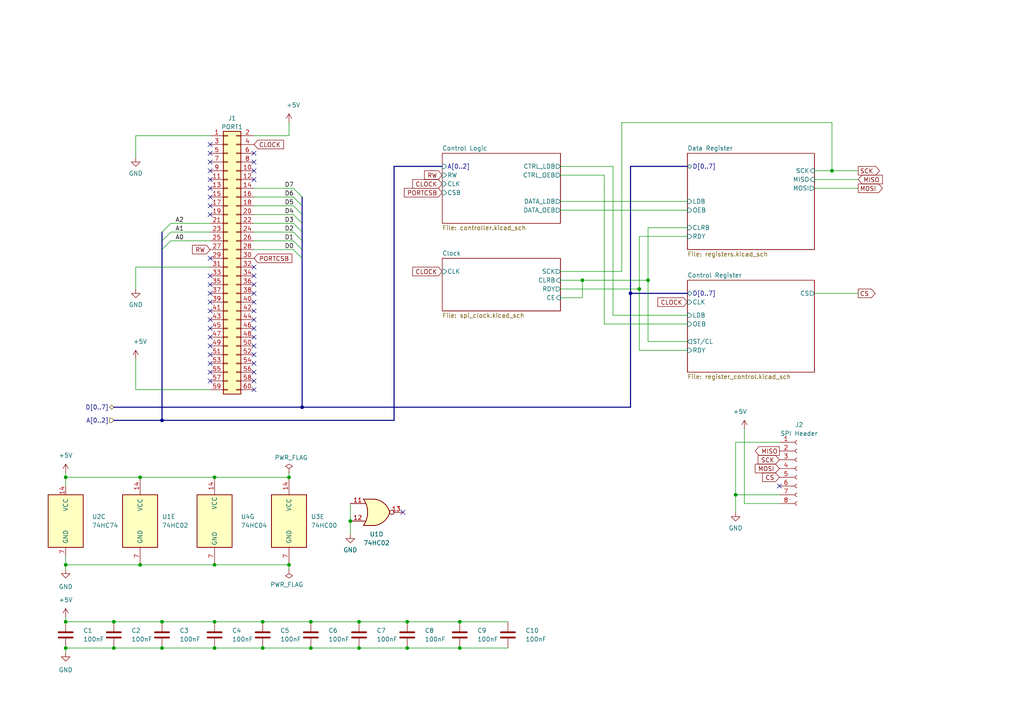
<source format=kicad_sch>
(kicad_sch (version 20230121) (generator eeschema)
  (paper "A4")
  (lib_symbols
    (symbol "+5V_1" (power) (pin_names (offset 0))
      (property "Value" "+5V_1" (at 0 3.556 0))
      (symbol "+5V_1_0_1"
        (polyline (pts (xy -0.762 1.27) (xy 0 2.54)))
        (polyline (pts (xy 0 0) (xy 0 2.54)))
        (polyline (pts (xy 0 2.54) (xy 0.762 1.27)))
      )
      (symbol "+5V_1_1_1"
        (pin power_in line (at 0 0 90) (length 0) hide (name "+5V") (number "1"))
      )
    )
    (symbol "+5V_2" (power) (pin_names (offset 0))
      (property "Value" "+5V_2" (at 0 3.556 0))
      (symbol "+5V_2_0_1"
        (polyline (pts (xy -0.762 1.27) (xy 0 2.54)))
        (polyline (pts (xy 0 0) (xy 0 2.54)))
        (polyline (pts (xy 0 2.54) (xy 0.762 1.27)))
      )
      (symbol "+5V_2_1_1"
        (pin power_in line (at 0 0 90) (length 0) hide (name "+5V") (number "1"))
      )
    )
    (symbol "+5V_4" (power) (pin_names (offset 0))
      (property "Value" "+5V_4" (at 0 3.556 0))
      (symbol "+5V_4_0_1"
        (polyline (pts (xy -0.762 1.27) (xy 0 2.54)))
        (polyline (pts (xy 0 0) (xy 0 2.54)))
        (polyline (pts (xy 0 2.54) (xy 0.762 1.27)))
      )
      (symbol "+5V_4_1_1"
        (pin power_in line (at 0 0 90) (length 0) hide (name "+5V") (number "1"))
      )
    )
    (symbol "74xx:74HC00" (pin_names (offset 1.016))
      (property "Reference" "U" (at 0 1.27 0))
      (property "Value" "74HC00" (at 0 -1.27 0))
      (symbol "74HC00_1_1"
        (arc (start 0 -3.81) (mid 3.7934 0) (end 0 3.81) (stroke (width 0.254)) (fill (type background)))
        (polyline (pts (xy 0 3.81) (xy -3.81 3.81) (xy -3.81 -3.81) (xy 0 -3.81)) (stroke (width 0.254)) (fill (type background)))
        (pin input line (at -7.62 2.54 0) (length 3.81) (name "~") (number "1"))
        (pin input line (at -7.62 -2.54 0) (length 3.81) (name "~") (number "2"))
        (pin output inverted (at 7.62 0 180) (length 3.81) (name "~") (number "3"))
      )
      (symbol "74HC00_1_2"
        (arc (start -3.81 -3.81) (mid -2.589 0) (end -3.81 3.81) (stroke (width 0.254)))
        (arc (start -0.6096 -3.81) (mid 2.1842 -2.5851) (end 3.81 0) (stroke (width 0.254)) (fill (type background)))
        (polyline (pts (xy -3.81 -3.81) (xy -0.635 -3.81)) (stroke (width 0.254)) (fill (type background)))
        (polyline (pts (xy -3.81 3.81) (xy -0.635 3.81)) (stroke (width 0.254)) (fill (type background)))
        (polyline (pts (xy -0.635 3.81) (xy -3.81 3.81) (xy -3.81 3.81) (xy -3.556 3.4036) (xy -3.0226 2.2606) (xy -2.6924 1.0414) (xy -2.6162 -0.254) (xy -2.7686 -1.4986) (xy -3.175 -2.7178) (xy -3.81 -3.81) (xy -3.81 -3.81) (xy -0.635 -3.81)) (stroke (width -25.4)) (fill (type background)))
        (arc (start 3.81 0) (mid 2.1915 2.5936) (end -0.6096 3.81) (stroke (width 0.254)) (fill (type background)))
        (pin input inverted (at -7.62 2.54 0) (length 4.318) (name "~") (number "1"))
        (pin input inverted (at -7.62 -2.54 0) (length 4.318) (name "~") (number "2"))
        (pin output line (at 7.62 0 180) (length 3.81) (name "~") (number "3"))
      )
      (symbol "74HC00_2_1"
        (arc (start 0 -3.81) (mid 3.7934 0) (end 0 3.81) (stroke (width 0.254)) (fill (type background)))
        (polyline (pts (xy 0 3.81) (xy -3.81 3.81) (xy -3.81 -3.81) (xy 0 -3.81)) (stroke (width 0.254)) (fill (type background)))
        (pin input line (at -7.62 2.54 0) (length 3.81) (name "~") (number "4"))
        (pin input line (at -7.62 -2.54 0) (length 3.81) (name "~") (number "5"))
        (pin output inverted (at 7.62 0 180) (length 3.81) (name "~") (number "6"))
      )
      (symbol "74HC00_2_2"
        (arc (start -3.81 -3.81) (mid -2.589 0) (end -3.81 3.81) (stroke (width 0.254)))
        (arc (start -0.6096 -3.81) (mid 2.1842 -2.5851) (end 3.81 0) (stroke (width 0.254)) (fill (type background)))
        (polyline (pts (xy -3.81 -3.81) (xy -0.635 -3.81)) (stroke (width 0.254)) (fill (type background)))
        (polyline (pts (xy -3.81 3.81) (xy -0.635 3.81)) (stroke (width 0.254)) (fill (type background)))
        (polyline (pts (xy -0.635 3.81) (xy -3.81 3.81) (xy -3.81 3.81) (xy -3.556 3.4036) (xy -3.0226 2.2606) (xy -2.6924 1.0414) (xy -2.6162 -0.254) (xy -2.7686 -1.4986) (xy -3.175 -2.7178) (xy -3.81 -3.81) (xy -3.81 -3.81) (xy -0.635 -3.81)) (stroke (width -25.4)) (fill (type background)))
        (arc (start 3.81 0) (mid 2.1915 2.5936) (end -0.6096 3.81) (stroke (width 0.254)) (fill (type background)))
        (pin input inverted (at -7.62 2.54 0) (length 4.318) (name "~") (number "4"))
        (pin input inverted (at -7.62 -2.54 0) (length 4.318) (name "~") (number "5"))
        (pin output line (at 7.62 0 180) (length 3.81) (name "~") (number "6"))
      )
      (symbol "74HC00_3_1"
        (arc (start 0 -3.81) (mid 3.7934 0) (end 0 3.81) (stroke (width 0.254)) (fill (type background)))
        (polyline (pts (xy 0 3.81) (xy -3.81 3.81) (xy -3.81 -3.81) (xy 0 -3.81)) (stroke (width 0.254)) (fill (type background)))
        (pin input line (at -7.62 -2.54 0) (length 3.81) (name "~") (number "10"))
        (pin output inverted (at 7.62 0 180) (length 3.81) (name "~") (number "8"))
        (pin input line (at -7.62 2.54 0) (length 3.81) (name "~") (number "9"))
      )
      (symbol "74HC00_3_2"
        (arc (start -3.81 -3.81) (mid -2.589 0) (end -3.81 3.81) (stroke (width 0.254)))
        (arc (start -0.6096 -3.81) (mid 2.1842 -2.5851) (end 3.81 0) (stroke (width 0.254)) (fill (type background)))
        (polyline (pts (xy -3.81 -3.81) (xy -0.635 -3.81)) (stroke (width 0.254)) (fill (type background)))
        (polyline (pts (xy -3.81 3.81) (xy -0.635 3.81)) (stroke (width 0.254)) (fill (type background)))
        (polyline (pts (xy -0.635 3.81) (xy -3.81 3.81) (xy -3.81 3.81) (xy -3.556 3.4036) (xy -3.0226 2.2606) (xy -2.6924 1.0414) (xy -2.6162 -0.254) (xy -2.7686 -1.4986) (xy -3.175 -2.7178) (xy -3.81 -3.81) (xy -3.81 -3.81) (xy -0.635 -3.81)) (stroke (width -25.4)) (fill (type background)))
        (arc (start 3.81 0) (mid 2.1915 2.5936) (end -0.6096 3.81) (stroke (width 0.254)) (fill (type background)))
        (pin input inverted (at -7.62 -2.54 0) (length 4.318) (name "~") (number "10"))
        (pin output line (at 7.62 0 180) (length 3.81) (name "~") (number "8"))
        (pin input inverted (at -7.62 2.54 0) (length 4.318) (name "~") (number "9"))
      )
      (symbol "74HC00_4_1"
        (arc (start 0 -3.81) (mid 3.7934 0) (end 0 3.81) (stroke (width 0.254)) (fill (type background)))
        (polyline (pts (xy 0 3.81) (xy -3.81 3.81) (xy -3.81 -3.81) (xy 0 -3.81)) (stroke (width 0.254)) (fill (type background)))
        (pin output inverted (at 7.62 0 180) (length 3.81) (name "~") (number "11"))
        (pin input line (at -7.62 2.54 0) (length 3.81) (name "~") (number "12"))
        (pin input line (at -7.62 -2.54 0) (length 3.81) (name "~") (number "13"))
      )
      (symbol "74HC00_4_2"
        (arc (start -3.81 -3.81) (mid -2.589 0) (end -3.81 3.81) (stroke (width 0.254)))
        (arc (start -0.6096 -3.81) (mid 2.1842 -2.5851) (end 3.81 0) (stroke (width 0.254)) (fill (type background)))
        (polyline (pts (xy -3.81 -3.81) (xy -0.635 -3.81)) (stroke (width 0.254)) (fill (type background)))
        (polyline (pts (xy -3.81 3.81) (xy -0.635 3.81)) (stroke (width 0.254)) (fill (type background)))
        (polyline (pts (xy -0.635 3.81) (xy -3.81 3.81) (xy -3.81 3.81) (xy -3.556 3.4036) (xy -3.0226 2.2606) (xy -2.6924 1.0414) (xy -2.6162 -0.254) (xy -2.7686 -1.4986) (xy -3.175 -2.7178) (xy -3.81 -3.81) (xy -3.81 -3.81) (xy -0.635 -3.81)) (stroke (width -25.4)) (fill (type background)))
        (arc (start 3.81 0) (mid 2.1915 2.5936) (end -0.6096 3.81) (stroke (width 0.254)) (fill (type background)))
        (pin output line (at 7.62 0 180) (length 3.81) (name "~") (number "11"))
        (pin input inverted (at -7.62 2.54 0) (length 4.318) (name "~") (number "12"))
        (pin input inverted (at -7.62 -2.54 0) (length 4.318) (name "~") (number "13"))
      )
      (symbol "74HC00_5_0"
        (pin power_in line (at 0 12.7 270) (length 5.08) (name "VCC") (number "14"))
        (pin power_in line (at 0 -12.7 90) (length 5.08) (name "GND") (number "7"))
      )
      (symbol "74HC00_5_1"
        (rectangle (start -5.08 7.62) (end 5.08 -7.62) (stroke (width 0.254)) (fill (type background)))
      )
    )
    (symbol "74xx:74HC02" (pin_names (offset 1.016))
      (property "Reference" "U" (at 0 1.27 0))
      (property "Value" "74HC02" (at 0 -1.27 0))
      (symbol "74HC02_1_1"
        (arc (start -3.81 -3.81) (mid -2.589 0) (end -3.81 3.81) (stroke (width 0.254)))
        (arc (start -0.6096 -3.81) (mid 2.1842 -2.5851) (end 3.81 0) (stroke (width 0.254)) (fill (type background)))
        (polyline (pts (xy -3.81 -3.81) (xy -0.635 -3.81)) (stroke (width 0.254)) (fill (type background)))
        (polyline (pts (xy -3.81 3.81) (xy -0.635 3.81)) (stroke (width 0.254)) (fill (type background)))
        (polyline (pts (xy -0.635 3.81) (xy -3.81 3.81) (xy -3.81 3.81) (xy -3.556 3.4036) (xy -3.0226 2.2606) (xy -2.6924 1.0414) (xy -2.6162 -0.254) (xy -2.7686 -1.4986) (xy -3.175 -2.7178) (xy -3.81 -3.81) (xy -3.81 -3.81) (xy -0.635 -3.81)) (stroke (width -25.4)) (fill (type background)))
        (arc (start 3.81 0) (mid 2.1915 2.5936) (end -0.6096 3.81) (stroke (width 0.254)) (fill (type background)))
        (pin output inverted (at 7.62 0 180) (length 3.81) (name "~") (number "1"))
        (pin input line (at -7.62 2.54 0) (length 4.318) (name "~") (number "2"))
        (pin input line (at -7.62 -2.54 0) (length 4.318) (name "~") (number "3"))
      )
      (symbol "74HC02_1_2"
        (arc (start 0 -3.81) (mid 3.7934 0) (end 0 3.81) (stroke (width 0.254)) (fill (type background)))
        (polyline (pts (xy 0 3.81) (xy -3.81 3.81) (xy -3.81 -3.81) (xy 0 -3.81)) (stroke (width 0.254)) (fill (type background)))
        (pin output line (at 7.62 0 180) (length 3.81) (name "~") (number "1"))
        (pin input inverted (at -7.62 2.54 0) (length 3.81) (name "~") (number "2"))
        (pin input inverted (at -7.62 -2.54 0) (length 3.81) (name "~") (number "3"))
      )
      (symbol "74HC02_2_1"
        (arc (start -3.81 -3.81) (mid -2.589 0) (end -3.81 3.81) (stroke (width 0.254)))
        (arc (start -0.6096 -3.81) (mid 2.1842 -2.5851) (end 3.81 0) (stroke (width 0.254)) (fill (type background)))
        (polyline (pts (xy -3.81 -3.81) (xy -0.635 -3.81)) (stroke (width 0.254)) (fill (type background)))
        (polyline (pts (xy -3.81 3.81) (xy -0.635 3.81)) (stroke (width 0.254)) (fill (type background)))
        (polyline (pts (xy -0.635 3.81) (xy -3.81 3.81) (xy -3.81 3.81) (xy -3.556 3.4036) (xy -3.0226 2.2606) (xy -2.6924 1.0414) (xy -2.6162 -0.254) (xy -2.7686 -1.4986) (xy -3.175 -2.7178) (xy -3.81 -3.81) (xy -3.81 -3.81) (xy -0.635 -3.81)) (stroke (width -25.4)) (fill (type background)))
        (arc (start 3.81 0) (mid 2.1915 2.5936) (end -0.6096 3.81) (stroke (width 0.254)) (fill (type background)))
        (pin output inverted (at 7.62 0 180) (length 3.81) (name "~") (number "4"))
        (pin input line (at -7.62 2.54 0) (length 4.318) (name "~") (number "5"))
        (pin input line (at -7.62 -2.54 0) (length 4.318) (name "~") (number "6"))
      )
      (symbol "74HC02_2_2"
        (arc (start 0 -3.81) (mid 3.7934 0) (end 0 3.81) (stroke (width 0.254)) (fill (type background)))
        (polyline (pts (xy 0 3.81) (xy -3.81 3.81) (xy -3.81 -3.81) (xy 0 -3.81)) (stroke (width 0.254)) (fill (type background)))
        (pin output line (at 7.62 0 180) (length 3.81) (name "~") (number "4"))
        (pin input inverted (at -7.62 2.54 0) (length 3.81) (name "~") (number "5"))
        (pin input inverted (at -7.62 -2.54 0) (length 3.81) (name "~") (number "6"))
      )
      (symbol "74HC02_3_1"
        (arc (start -3.81 -3.81) (mid -2.589 0) (end -3.81 3.81) (stroke (width 0.254)))
        (arc (start -0.6096 -3.81) (mid 2.1842 -2.5851) (end 3.81 0) (stroke (width 0.254)) (fill (type background)))
        (polyline (pts (xy -3.81 -3.81) (xy -0.635 -3.81)) (stroke (width 0.254)) (fill (type background)))
        (polyline (pts (xy -3.81 3.81) (xy -0.635 3.81)) (stroke (width 0.254)) (fill (type background)))
        (polyline (pts (xy -0.635 3.81) (xy -3.81 3.81) (xy -3.81 3.81) (xy -3.556 3.4036) (xy -3.0226 2.2606) (xy -2.6924 1.0414) (xy -2.6162 -0.254) (xy -2.7686 -1.4986) (xy -3.175 -2.7178) (xy -3.81 -3.81) (xy -3.81 -3.81) (xy -0.635 -3.81)) (stroke (width -25.4)) (fill (type background)))
        (arc (start 3.81 0) (mid 2.1915 2.5936) (end -0.6096 3.81) (stroke (width 0.254)) (fill (type background)))
        (pin output inverted (at 7.62 0 180) (length 3.81) (name "~") (number "10"))
        (pin input line (at -7.62 2.54 0) (length 4.318) (name "~") (number "8"))
        (pin input line (at -7.62 -2.54 0) (length 4.318) (name "~") (number "9"))
      )
      (symbol "74HC02_3_2"
        (arc (start 0 -3.81) (mid 3.7934 0) (end 0 3.81) (stroke (width 0.254)) (fill (type background)))
        (polyline (pts (xy 0 3.81) (xy -3.81 3.81) (xy -3.81 -3.81) (xy 0 -3.81)) (stroke (width 0.254)) (fill (type background)))
        (pin output line (at 7.62 0 180) (length 3.81) (name "~") (number "10"))
        (pin input inverted (at -7.62 2.54 0) (length 3.81) (name "~") (number "8"))
        (pin input inverted (at -7.62 -2.54 0) (length 3.81) (name "~") (number "9"))
      )
      (symbol "74HC02_4_1"
        (arc (start -3.81 -3.81) (mid -2.589 0) (end -3.81 3.81) (stroke (width 0.254)))
        (arc (start -0.6096 -3.81) (mid 2.1842 -2.5851) (end 3.81 0) (stroke (width 0.254)) (fill (type background)))
        (polyline (pts (xy -3.81 -3.81) (xy -0.635 -3.81)) (stroke (width 0.254)) (fill (type background)))
        (polyline (pts (xy -3.81 3.81) (xy -0.635 3.81)) (stroke (width 0.254)) (fill (type background)))
        (polyline (pts (xy -0.635 3.81) (xy -3.81 3.81) (xy -3.81 3.81) (xy -3.556 3.4036) (xy -3.0226 2.2606) (xy -2.6924 1.0414) (xy -2.6162 -0.254) (xy -2.7686 -1.4986) (xy -3.175 -2.7178) (xy -3.81 -3.81) (xy -3.81 -3.81) (xy -0.635 -3.81)) (stroke (width -25.4)) (fill (type background)))
        (arc (start 3.81 0) (mid 2.1915 2.5936) (end -0.6096 3.81) (stroke (width 0.254)) (fill (type background)))
        (pin input line (at -7.62 2.54 0) (length 4.318) (name "~") (number "11"))
        (pin input line (at -7.62 -2.54 0) (length 4.318) (name "~") (number "12"))
        (pin output inverted (at 7.62 0 180) (length 3.81) (name "~") (number "13"))
      )
      (symbol "74HC02_4_2"
        (arc (start 0 -3.81) (mid 3.7934 0) (end 0 3.81) (stroke (width 0.254)) (fill (type background)))
        (polyline (pts (xy 0 3.81) (xy -3.81 3.81) (xy -3.81 -3.81) (xy 0 -3.81)) (stroke (width 0.254)) (fill (type background)))
        (pin input inverted (at -7.62 2.54 0) (length 3.81) (name "~") (number "11"))
        (pin input inverted (at -7.62 -2.54 0) (length 3.81) (name "~") (number "12"))
        (pin output line (at 7.62 0 180) (length 3.81) (name "~") (number "13"))
      )
      (symbol "74HC02_5_0"
        (pin power_in line (at 0 12.7 270) (length 5.08) (name "VCC") (number "14"))
        (pin power_in line (at 0 -12.7 90) (length 5.08) (name "GND") (number "7"))
      )
      (symbol "74HC02_5_1"
        (rectangle (start -5.08 7.62) (end 5.08 -7.62) (stroke (width 0.254)) (fill (type background)))
      )
    )
    (symbol "74xx:74HC04"
      (property "Reference" "U" (at 0 1.27 0))
      (property "Value" "74HC04" (at 0 -1.27 0))
      (symbol "74HC04_1_0"
        (polyline (pts (xy -3.81 3.81) (xy -3.81 -3.81) (xy 3.81 0) (xy -3.81 3.81)) (stroke (width 0.254)) (fill (type background)))
        (pin input line (at -7.62 0 0) (length 3.81) (name "~") (number "1"))
        (pin output inverted (at 7.62 0 180) (length 3.81) (name "~") (number "2"))
      )
      (symbol "74HC04_2_0"
        (polyline (pts (xy -3.81 3.81) (xy -3.81 -3.81) (xy 3.81 0) (xy -3.81 3.81)) (stroke (width 0.254)) (fill (type background)))
        (pin input line (at -7.62 0 0) (length 3.81) (name "~") (number "3"))
        (pin output inverted (at 7.62 0 180) (length 3.81) (name "~") (number "4"))
      )
      (symbol "74HC04_3_0"
        (polyline (pts (xy -3.81 3.81) (xy -3.81 -3.81) (xy 3.81 0) (xy -3.81 3.81)) (stroke (width 0.254)) (fill (type background)))
        (pin input line (at -7.62 0 0) (length 3.81) (name "~") (number "5"))
        (pin output inverted (at 7.62 0 180) (length 3.81) (name "~") (number "6"))
      )
      (symbol "74HC04_4_0"
        (polyline (pts (xy -3.81 3.81) (xy -3.81 -3.81) (xy 3.81 0) (xy -3.81 3.81)) (stroke (width 0.254)) (fill (type background)))
        (pin output inverted (at 7.62 0 180) (length 3.81) (name "~") (number "8"))
        (pin input line (at -7.62 0 0) (length 3.81) (name "~") (number "9"))
      )
      (symbol "74HC04_5_0"
        (polyline (pts (xy -3.81 3.81) (xy -3.81 -3.81) (xy 3.81 0) (xy -3.81 3.81)) (stroke (width 0.254)) (fill (type background)))
        (pin output inverted (at 7.62 0 180) (length 3.81) (name "~") (number "10"))
        (pin input line (at -7.62 0 0) (length 3.81) (name "~") (number "11"))
      )
      (symbol "74HC04_6_0"
        (polyline (pts (xy -3.81 3.81) (xy -3.81 -3.81) (xy 3.81 0) (xy -3.81 3.81)) (stroke (width 0.254)) (fill (type background)))
        (pin output inverted (at 7.62 0 180) (length 3.81) (name "~") (number "12"))
        (pin input line (at -7.62 0 0) (length 3.81) (name "~") (number "13"))
      )
      (symbol "74HC04_7_0"
        (pin power_in line (at 0 12.7 270) (length 5.08) (name "VCC") (number "14"))
        (pin power_in line (at 0 -12.7 90) (length 5.08) (name "GND") (number "7"))
      )
      (symbol "74HC04_7_1"
        (rectangle (start -5.08 7.62) (end 5.08 -7.62) (stroke (width 0.254)) (fill (type background)))
      )
    )
    (symbol "74xx:74HC74" (pin_names (offset 1.016))
      (property "Reference" "U" (at -7.62 8.89 0))
      (property "Value" "74HC74" (at -7.62 -8.89 0))
      (symbol "74HC74_1_0"
        (pin input line (at 0 -7.62 90) (length 2.54) (name "~{R}") (number "1"))
        (pin input line (at -7.62 2.54 0) (length 2.54) (name "D") (number "2"))
        (pin input clock (at -7.62 0 0) (length 2.54) (name "C") (number "3"))
        (pin input line (at 0 7.62 270) (length 2.54) (name "~{S}") (number "4"))
        (pin output line (at 7.62 2.54 180) (length 2.54) (name "Q") (number "5"))
        (pin output line (at 7.62 -2.54 180) (length 2.54) (name "~{Q}") (number "6"))
      )
      (symbol "74HC74_1_1"
        (rectangle (start -5.08 5.08) (end 5.08 -5.08) (stroke (width 0.254)) (fill (type background)))
      )
      (symbol "74HC74_2_0"
        (pin input line (at 0 7.62 270) (length 2.54) (name "~{S}") (number "10"))
        (pin input clock (at -7.62 0 0) (length 2.54) (name "C") (number "11"))
        (pin input line (at -7.62 2.54 0) (length 2.54) (name "D") (number "12"))
        (pin input line (at 0 -7.62 90) (length 2.54) (name "~{R}") (number "13"))
        (pin output line (at 7.62 -2.54 180) (length 2.54) (name "~{Q}") (number "8"))
        (pin output line (at 7.62 2.54 180) (length 2.54) (name "Q") (number "9"))
      )
      (symbol "74HC74_2_1"
        (rectangle (start -5.08 5.08) (end 5.08 -5.08) (stroke (width 0.254)) (fill (type background)))
      )
      (symbol "74HC74_3_0"
        (pin power_in line (at 0 10.16 270) (length 2.54) (name "VCC") (number "14"))
        (pin power_in line (at 0 -10.16 90) (length 2.54) (name "GND") (number "7"))
      )
      (symbol "74HC74_3_1"
        (rectangle (start -5.08 7.62) (end 5.08 -7.62) (stroke (width 0.254)) (fill (type background)))
      )
    )
    (symbol "Connector:Conn_01x08_Socket" (pin_names (offset 1.016) hide)
      (property "Reference" "J" (at 0 10.16 0))
      (property "Value" "Conn_01x08_Socket" (at 0 -12.7 0))
      (symbol "Conn_01x08_Socket_1_1"
        (arc (start 0 -9.652) (mid -0.5058 -10.16) (end 0 -10.668) (stroke (width 0.1524)))
        (arc (start 0 -7.112) (mid -0.5058 -7.62) (end 0 -8.128) (stroke (width 0.1524)))
        (arc (start 0 -4.572) (mid -0.5058 -5.08) (end 0 -5.588) (stroke (width 0.1524)))
        (arc (start 0 -2.032) (mid -0.5058 -2.54) (end 0 -3.048) (stroke (width 0.1524)))
        (polyline (pts (xy -1.27 -10.16) (xy -0.508 -10.16)) (stroke (width 0.1524)))
        (polyline (pts (xy -1.27 -7.62) (xy -0.508 -7.62)) (stroke (width 0.1524)))
        (polyline (pts (xy -1.27 -5.08) (xy -0.508 -5.08)) (stroke (width 0.1524)))
        (polyline (pts (xy -1.27 -2.54) (xy -0.508 -2.54)) (stroke (width 0.1524)))
        (polyline (pts (xy -1.27 0) (xy -0.508 0)) (stroke (width 0.1524)))
        (polyline (pts (xy -1.27 2.54) (xy -0.508 2.54)) (stroke (width 0.1524)))
        (polyline (pts (xy -1.27 5.08) (xy -0.508 5.08)) (stroke (width 0.1524)))
        (polyline (pts (xy -1.27 7.62) (xy -0.508 7.62)) (stroke (width 0.1524)))
        (arc (start 0 0.508) (mid -0.5058 0) (end 0 -0.508) (stroke (width 0.1524)))
        (arc (start 0 3.048) (mid -0.5058 2.54) (end 0 2.032) (stroke (width 0.1524)))
        (arc (start 0 5.588) (mid -0.5058 5.08) (end 0 4.572) (stroke (width 0.1524)))
        (arc (start 0 8.128) (mid -0.5058 7.62) (end 0 7.112) (stroke (width 0.1524)))
        (pin passive line (at -5.08 7.62 0) (length 3.81) (name "Pin_1") (number "1"))
        (pin passive line (at -5.08 5.08 0) (length 3.81) (name "Pin_2") (number "2"))
        (pin passive line (at -5.08 2.54 0) (length 3.81) (name "Pin_3") (number "3"))
        (pin passive line (at -5.08 0 0) (length 3.81) (name "Pin_4") (number "4"))
        (pin passive line (at -5.08 -2.54 0) (length 3.81) (name "Pin_5") (number "5"))
        (pin passive line (at -5.08 -5.08 0) (length 3.81) (name "Pin_6") (number "6"))
        (pin passive line (at -5.08 -7.62 0) (length 3.81) (name "Pin_7") (number "7"))
        (pin passive line (at -5.08 -10.16 0) (length 3.81) (name "Pin_8") (number "8"))
      )
    )
    (symbol "Connector_Generic:Conn_02x30_Odd_Even" (pin_names (offset 1.016) hide)
      (property "Reference" "J" (at 1.27 38.1 0))
      (property "Value" "Conn_02x30_Odd_Even" (at 1.27 -40.64 0))
      (symbol "Conn_02x30_Odd_Even_1_1"
        (rectangle (start -1.27 -37.973) (end 0 -38.227) (stroke (width 0.1524)))
        (rectangle (start -1.27 -35.433) (end 0 -35.687) (stroke (width 0.1524)))
        (rectangle (start -1.27 -32.893) (end 0 -33.147) (stroke (width 0.1524)))
        (rectangle (start -1.27 -30.353) (end 0 -30.607) (stroke (width 0.1524)))
        (rectangle (start -1.27 -27.813) (end 0 -28.067) (stroke (width 0.1524)))
        (rectangle (start -1.27 -25.273) (end 0 -25.527) (stroke (width 0.1524)))
        (rectangle (start -1.27 -22.733) (end 0 -22.987) (stroke (width 0.1524)))
        (rectangle (start -1.27 -20.193) (end 0 -20.447) (stroke (width 0.1524)))
        (rectangle (start -1.27 -17.653) (end 0 -17.907) (stroke (width 0.1524)))
        (rectangle (start -1.27 -15.113) (end 0 -15.367) (stroke (width 0.1524)))
        (rectangle (start -1.27 -12.573) (end 0 -12.827) (stroke (width 0.1524)))
        (rectangle (start -1.27 -10.033) (end 0 -10.287) (stroke (width 0.1524)))
        (rectangle (start -1.27 -7.493) (end 0 -7.747) (stroke (width 0.1524)))
        (rectangle (start -1.27 -4.953) (end 0 -5.207) (stroke (width 0.1524)))
        (rectangle (start -1.27 -2.413) (end 0 -2.667) (stroke (width 0.1524)))
        (rectangle (start -1.27 0.127) (end 0 -0.127) (stroke (width 0.1524)))
        (rectangle (start -1.27 2.667) (end 0 2.413) (stroke (width 0.1524)))
        (rectangle (start -1.27 5.207) (end 0 4.953) (stroke (width 0.1524)))
        (rectangle (start -1.27 7.747) (end 0 7.493) (stroke (width 0.1524)))
        (rectangle (start -1.27 10.287) (end 0 10.033) (stroke (width 0.1524)))
        (rectangle (start -1.27 12.827) (end 0 12.573) (stroke (width 0.1524)))
        (rectangle (start -1.27 15.367) (end 0 15.113) (stroke (width 0.1524)))
        (rectangle (start -1.27 17.907) (end 0 17.653) (stroke (width 0.1524)))
        (rectangle (start -1.27 20.447) (end 0 20.193) (stroke (width 0.1524)))
        (rectangle (start -1.27 22.987) (end 0 22.733) (stroke (width 0.1524)))
        (rectangle (start -1.27 25.527) (end 0 25.273) (stroke (width 0.1524)))
        (rectangle (start -1.27 28.067) (end 0 27.813) (stroke (width 0.1524)))
        (rectangle (start -1.27 30.607) (end 0 30.353) (stroke (width 0.1524)))
        (rectangle (start -1.27 33.147) (end 0 32.893) (stroke (width 0.1524)))
        (rectangle (start -1.27 35.687) (end 0 35.433) (stroke (width 0.1524)))
        (rectangle (start -1.27 36.83) (end 3.81 -39.37) (stroke (width 0.254)) (fill (type background)))
        (rectangle (start 3.81 -37.973) (end 2.54 -38.227) (stroke (width 0.1524)))
        (rectangle (start 3.81 -35.433) (end 2.54 -35.687) (stroke (width 0.1524)))
        (rectangle (start 3.81 -32.893) (end 2.54 -33.147) (stroke (width 0.1524)))
        (rectangle (start 3.81 -30.353) (end 2.54 -30.607) (stroke (width 0.1524)))
        (rectangle (start 3.81 -27.813) (end 2.54 -28.067) (stroke (width 0.1524)))
        (rectangle (start 3.81 -25.273) (end 2.54 -25.527) (stroke (width 0.1524)))
        (rectangle (start 3.81 -22.733) (end 2.54 -22.987) (stroke (width 0.1524)))
        (rectangle (start 3.81 -20.193) (end 2.54 -20.447) (stroke (width 0.1524)))
        (rectangle (start 3.81 -17.653) (end 2.54 -17.907) (stroke (width 0.1524)))
        (rectangle (start 3.81 -15.113) (end 2.54 -15.367) (stroke (width 0.1524)))
        (rectangle (start 3.81 -12.573) (end 2.54 -12.827) (stroke (width 0.1524)))
        (rectangle (start 3.81 -10.033) (end 2.54 -10.287) (stroke (width 0.1524)))
        (rectangle (start 3.81 -7.493) (end 2.54 -7.747) (stroke (width 0.1524)))
        (rectangle (start 3.81 -4.953) (end 2.54 -5.207) (stroke (width 0.1524)))
        (rectangle (start 3.81 -2.413) (end 2.54 -2.667) (stroke (width 0.1524)))
        (rectangle (start 3.81 0.127) (end 2.54 -0.127) (stroke (width 0.1524)))
        (rectangle (start 3.81 2.667) (end 2.54 2.413) (stroke (width 0.1524)))
        (rectangle (start 3.81 5.207) (end 2.54 4.953) (stroke (width 0.1524)))
        (rectangle (start 3.81 7.747) (end 2.54 7.493) (stroke (width 0.1524)))
        (rectangle (start 3.81 10.287) (end 2.54 10.033) (stroke (width 0.1524)))
        (rectangle (start 3.81 12.827) (end 2.54 12.573) (stroke (width 0.1524)))
        (rectangle (start 3.81 15.367) (end 2.54 15.113) (stroke (width 0.1524)))
        (rectangle (start 3.81 17.907) (end 2.54 17.653) (stroke (width 0.1524)))
        (rectangle (start 3.81 20.447) (end 2.54 20.193) (stroke (width 0.1524)))
        (rectangle (start 3.81 22.987) (end 2.54 22.733) (stroke (width 0.1524)))
        (rectangle (start 3.81 25.527) (end 2.54 25.273) (stroke (width 0.1524)))
        (rectangle (start 3.81 28.067) (end 2.54 27.813) (stroke (width 0.1524)))
        (rectangle (start 3.81 30.607) (end 2.54 30.353) (stroke (width 0.1524)))
        (rectangle (start 3.81 33.147) (end 2.54 32.893) (stroke (width 0.1524)))
        (rectangle (start 3.81 35.687) (end 2.54 35.433) (stroke (width 0.1524)))
        (pin passive line (at -5.08 35.56 0) (length 3.81) (name "Pin_1") (number "1"))
        (pin passive line (at 7.62 25.4 180) (length 3.81) (name "Pin_10") (number "10"))
        (pin passive line (at -5.08 22.86 0) (length 3.81) (name "Pin_11") (number "11"))
        (pin passive line (at 7.62 22.86 180) (length 3.81) (name "Pin_12") (number "12"))
        (pin passive line (at -5.08 20.32 0) (length 3.81) (name "Pin_13") (number "13"))
        (pin passive line (at 7.62 20.32 180) (length 3.81) (name "Pin_14") (number "14"))
        (pin passive line (at -5.08 17.78 0) (length 3.81) (name "Pin_15") (number "15"))
        (pin passive line (at 7.62 17.78 180) (length 3.81) (name "Pin_16") (number "16"))
        (pin passive line (at -5.08 15.24 0) (length 3.81) (name "Pin_17") (number "17"))
        (pin passive line (at 7.62 15.24 180) (length 3.81) (name "Pin_18") (number "18"))
        (pin passive line (at -5.08 12.7 0) (length 3.81) (name "Pin_19") (number "19"))
        (pin passive line (at 7.62 35.56 180) (length 3.81) (name "Pin_2") (number "2"))
        (pin passive line (at 7.62 12.7 180) (length 3.81) (name "Pin_20") (number "20"))
        (pin passive line (at -5.08 10.16 0) (length 3.81) (name "Pin_21") (number "21"))
        (pin passive line (at 7.62 10.16 180) (length 3.81) (name "Pin_22") (number "22"))
        (pin passive line (at -5.08 7.62 0) (length 3.81) (name "Pin_23") (number "23"))
        (pin passive line (at 7.62 7.62 180) (length 3.81) (name "Pin_24") (number "24"))
        (pin passive line (at -5.08 5.08 0) (length 3.81) (name "Pin_25") (number "25"))
        (pin passive line (at 7.62 5.08 180) (length 3.81) (name "Pin_26") (number "26"))
        (pin passive line (at -5.08 2.54 0) (length 3.81) (name "Pin_27") (number "27"))
        (pin passive line (at 7.62 2.54 180) (length 3.81) (name "Pin_28") (number "28"))
        (pin passive line (at -5.08 0 0) (length 3.81) (name "Pin_29") (number "29"))
        (pin passive line (at -5.08 33.02 0) (length 3.81) (name "Pin_3") (number "3"))
        (pin passive line (at 7.62 0 180) (length 3.81) (name "Pin_30") (number "30"))
        (pin passive line (at -5.08 -2.54 0) (length 3.81) (name "Pin_31") (number "31"))
        (pin passive line (at 7.62 -2.54 180) (length 3.81) (name "Pin_32") (number "32"))
        (pin passive line (at -5.08 -5.08 0) (length 3.81) (name "Pin_33") (number "33"))
        (pin passive line (at 7.62 -5.08 180) (length 3.81) (name "Pin_34") (number "34"))
        (pin passive line (at -5.08 -7.62 0) (length 3.81) (name "Pin_35") (number "35"))
        (pin passive line (at 7.62 -7.62 180) (length 3.81) (name "Pin_36") (number "36"))
        (pin passive line (at -5.08 -10.16 0) (length 3.81) (name "Pin_37") (number "37"))
        (pin passive line (at 7.62 -10.16 180) (length 3.81) (name "Pin_38") (number "38"))
        (pin passive line (at -5.08 -12.7 0) (length 3.81) (name "Pin_39") (number "39"))
        (pin passive line (at 7.62 33.02 180) (length 3.81) (name "Pin_4") (number "4"))
        (pin passive line (at 7.62 -12.7 180) (length 3.81) (name "Pin_40") (number "40"))
        (pin passive line (at -5.08 -15.24 0) (length 3.81) (name "Pin_41") (number "41"))
        (pin passive line (at 7.62 -15.24 180) (length 3.81) (name "Pin_42") (number "42"))
        (pin passive line (at -5.08 -17.78 0) (length 3.81) (name "Pin_43") (number "43"))
        (pin passive line (at 7.62 -17.78 180) (length 3.81) (name "Pin_44") (number "44"))
        (pin passive line (at -5.08 -20.32 0) (length 3.81) (name "Pin_45") (number "45"))
        (pin passive line (at 7.62 -20.32 180) (length 3.81) (name "Pin_46") (number "46"))
        (pin passive line (at -5.08 -22.86 0) (length 3.81) (name "Pin_47") (number "47"))
        (pin passive line (at 7.62 -22.86 180) (length 3.81) (name "Pin_48") (number "48"))
        (pin passive line (at -5.08 -25.4 0) (length 3.81) (name "Pin_49") (number "49"))
        (pin passive line (at -5.08 30.48 0) (length 3.81) (name "Pin_5") (number "5"))
        (pin passive line (at 7.62 -25.4 180) (length 3.81) (name "Pin_50") (number "50"))
        (pin passive line (at -5.08 -27.94 0) (length 3.81) (name "Pin_51") (number "51"))
        (pin passive line (at 7.62 -27.94 180) (length 3.81) (name "Pin_52") (number "52"))
        (pin passive line (at -5.08 -30.48 0) (length 3.81) (name "Pin_53") (number "53"))
        (pin passive line (at 7.62 -30.48 180) (length 3.81) (name "Pin_54") (number "54"))
        (pin passive line (at -5.08 -33.02 0) (length 3.81) (name "Pin_55") (number "55"))
        (pin passive line (at 7.62 -33.02 180) (length 3.81) (name "Pin_56") (number "56"))
        (pin passive line (at -5.08 -35.56 0) (length 3.81) (name "Pin_57") (number "57"))
        (pin passive line (at 7.62 -35.56 180) (length 3.81) (name "Pin_58") (number "58"))
        (pin passive line (at -5.08 -38.1 0) (length 3.81) (name "Pin_59") (number "59"))
        (pin passive line (at 7.62 30.48 180) (length 3.81) (name "Pin_6") (number "6"))
        (pin passive line (at 7.62 -38.1 180) (length 3.81) (name "Pin_60") (number "60"))
        (pin passive line (at -5.08 27.94 0) (length 3.81) (name "Pin_7") (number "7"))
        (pin passive line (at 7.62 27.94 180) (length 3.81) (name "Pin_8") (number "8"))
        (pin passive line (at -5.08 25.4 0) (length 3.81) (name "Pin_9") (number "9"))
      )
    )
    (symbol "Device:C" (pin_numbers hide) (pin_names (offset 0.254))
      (property "Reference" "C" (at 0.635 2.54 0))
      (property "Value" "C" (at 0.635 -2.54 0))
      (symbol "C_0_1"
        (polyline (pts (xy -2.032 -0.762) (xy 2.032 -0.762)) (stroke (width 0.508)))
        (polyline (pts (xy -2.032 0.762) (xy 2.032 0.762)) (stroke (width 0.508)))
      )
      (symbol "C_1_1"
        (pin passive line (at 0 3.81 270) (length 2.794) (name "~") (number "1"))
        (pin passive line (at 0 -3.81 90) (length 2.794) (name "~") (number "2"))
      )
    )
    (symbol "GND_1" (power) (pin_names (offset 0))
      (property "Value" "GND_1" (at 0 -3.81 0))
      (symbol "GND_1_0_1"
        (polyline (pts (xy 0 0) (xy 0 -1.27) (xy 1.27 -1.27) (xy 0 -2.54) (xy -1.27 -1.27) (xy 0 -1.27)))
      )
      (symbol "GND_1_1_1"
        (pin power_in line (at 0 0 270) (length 0) hide (name "GND") (number "1"))
      )
    )
    (symbol "GND_2" (power) (pin_names (offset 0))
      (property "Value" "GND_2" (at 0 -3.81 0))
      (symbol "GND_2_0_1"
        (polyline (pts (xy 0 0) (xy 0 -1.27) (xy 1.27 -1.27) (xy 0 -2.54) (xy -1.27 -1.27) (xy 0 -1.27)))
      )
      (symbol "GND_2_1_1"
        (pin power_in line (at 0 0 270) (length 0) hide (name "GND") (number "1"))
      )
    )
    (symbol "GND_3" (power) (pin_names (offset 0))
      (property "Value" "GND_3" (at 0 -3.81 0))
      (symbol "GND_3_0_1"
        (polyline (pts (xy 0 0) (xy 0 -1.27) (xy 1.27 -1.27) (xy 0 -2.54) (xy -1.27 -1.27) (xy 0 -1.27)))
      )
      (symbol "GND_3_1_1"
        (pin power_in line (at 0 0 270) (length 0) hide (name "GND") (number "1"))
      )
    )
    (symbol "GND_4" (power) (pin_names (offset 0))
      (property "Value" "GND_4" (at 0 -3.81 0))
      (symbol "GND_4_0_1"
        (polyline (pts (xy 0 0) (xy 0 -1.27) (xy 1.27 -1.27) (xy 0 -2.54) (xy -1.27 -1.27) (xy 0 -1.27)))
      )
      (symbol "GND_4_1_1"
        (pin power_in line (at 0 0 270) (length 0) hide (name "GND") (number "1"))
      )
    )
    (symbol "power:+5V" (power) (pin_names (offset 0))
      (property "Value" "+5V" (at 0 3.556 0))
      (symbol "+5V_0_1"
        (polyline (pts (xy -0.762 1.27) (xy 0 2.54)))
        (polyline (pts (xy 0 0) (xy 0 2.54)))
        (polyline (pts (xy 0 2.54) (xy 0.762 1.27)))
      )
      (symbol "+5V_1_1"
        (pin power_in line (at 0 0 90) (length 0) hide (name "+5V") (number "1"))
      )
    )
    (symbol "power:GND" (power) (pin_names (offset 0))
      (property "Value" "GND" (at 0 -3.81 0))
      (symbol "GND_0_1"
        (polyline (pts (xy 0 0) (xy 0 -1.27) (xy 1.27 -1.27) (xy 0 -2.54) (xy -1.27 -1.27) (xy 0 -1.27)))
      )
      (symbol "GND_1_1"
        (pin power_in line (at 0 0 270) (length 0) hide (name "GND") (number "1"))
      )
    )
    (symbol "power:PWR_FLAG" (power) (pin_numbers hide) (pin_names (offset 0) hide)
      (property "Value" "PWR_FLAG" (at 0 3.81 0))
      (symbol "PWR_FLAG_0_0"
        (pin power_out line (at 0 0 90) (length 0) (name "pwr") (number "1"))
      )
      (symbol "PWR_FLAG_0_1"
        (polyline (pts (xy 0 0) (xy 0 1.27) (xy -1.016 1.905) (xy 0 2.54) (xy 1.016 1.905) (xy 0 1.27)))
      )
    )
  )
  (junction (at 104.14 180.34))
  (junction (at 62.23 180.34))
  (junction (at 62.23 187.96))
  (junction (at 40.64 138.43))
  (junction (at 133.35 180.34))
  (junction (at 182.88 85.09))
  (junction (at 118.11 187.96))
  (junction (at 19.05 163.83))
  (junction (at 187.96 81.28))
  (junction (at 19.05 138.43))
  (junction (at 241.3 49.53))
  (junction (at 213.36 143.51))
  (junction (at 90.17 187.96))
  (junction (at 104.14 187.96))
  (junction (at 76.2 180.34))
  (junction (at 87.63 118.11))
  (junction (at 33.02 187.96))
  (junction (at 185.42 83.82))
  (junction (at 90.17 180.34))
  (junction (at 168.91 81.28))
  (junction (at 133.35 187.96))
  (junction (at 33.02 180.34))
  (junction (at 62.23 163.83))
  (junction (at 40.64 163.83))
  (junction (at 83.82 163.83))
  (junction (at 83.82 138.43))
  (junction (at 19.05 187.96))
  (junction (at 118.11 180.34))
  (junction (at 46.99 187.96))
  (junction (at 46.99 180.34))
  (junction (at 76.2 187.96))
  (junction (at 19.05 180.34))
  (junction (at 101.6 151.13))
  (junction (at 46.99 121.92))
  (junction (at 62.23 138.43))
  (no_connect (at 73.66 85.09))
  (no_connect (at 60.96 85.09))
  (no_connect (at 73.66 90.17))
  (no_connect (at 60.96 92.71))
  (no_connect (at 60.96 62.23))
  (no_connect (at 73.66 97.79))
  (no_connect (at 60.96 97.79))
  (no_connect (at 60.96 90.17))
  (no_connect (at 60.96 110.49))
  (no_connect (at 116.84 148.59))
  (no_connect (at 73.66 110.49))
  (no_connect (at 73.66 113.03))
  (no_connect (at 60.96 57.15))
  (no_connect (at 73.66 77.47))
  (no_connect (at 60.96 102.87))
  (no_connect (at 60.96 74.93))
  (no_connect (at 73.66 102.87))
  (no_connect (at 73.66 105.41))
  (no_connect (at 60.96 49.53))
  (no_connect (at 73.66 80.01))
  (no_connect (at 73.66 100.33))
  (no_connect (at 60.96 100.33))
  (no_connect (at 60.96 54.61))
  (no_connect (at 60.96 107.95))
  (no_connect (at 60.96 87.63))
  (no_connect (at 226.06 140.97))
  (no_connect (at 73.66 44.45))
  (no_connect (at 73.66 87.63))
  (no_connect (at 73.66 46.99))
  (no_connect (at 60.96 59.69))
  (no_connect (at 73.66 107.95))
  (no_connect (at 73.66 52.07))
  (no_connect (at 60.96 44.45))
  (no_connect (at 60.96 52.07))
  (no_connect (at 73.66 49.53))
  (no_connect (at 73.66 92.71))
  (no_connect (at 60.96 80.01))
  (no_connect (at 60.96 46.99))
  (no_connect (at 60.96 82.55))
  (no_connect (at 60.96 95.25))
  (no_connect (at 60.96 105.41))
  (no_connect (at 60.96 41.91))
  (no_connect (at 73.66 82.55))
  (no_connect (at 73.66 95.25))
  (bus_entry (at 87.63 62.23) (size -2.54 -2.54) (stroke (width 0.1524)))
  (bus_entry (at 87.63 64.77) (size -2.54 -2.54) (stroke (width 0.1524)))
  (bus_entry (at 46.99 69.85) (size 2.54 -2.54) (stroke (width 0.1524)))
  (bus_entry (at 87.63 72.39) (size -2.54 -2.54) (stroke (width 0.1524)))
  (bus_entry (at 87.63 74.93) (size -2.54 -2.54) (stroke (width 0.1524)))
  (bus_entry (at 46.99 67.31) (size 2.54 -2.54) (stroke (width 0.1524)))
  (bus_entry (at 46.99 72.39) (size 2.54 -2.54) (stroke (width 0.1524)))
  (bus_entry (at 87.63 67.31) (size -2.54 -2.54) (stroke (width 0.1524)))
  (bus_entry (at 87.63 57.15) (size -2.54 -2.54) (stroke (width 0.1524)))
  (bus_entry (at 87.63 59.69) (size -2.54 -2.54) (stroke (width 0.1524)))
  (bus_entry (at 87.63 69.85) (size -2.54 -2.54) (stroke (width 0.1524)))
  (wire (pts (xy 213.36 143.51) (xy 213.36 148.59)))
  (wire (pts (xy 19.05 163.83) (xy 19.05 165.1)))
  (wire (pts (xy 73.66 64.77) (xy 85.09 64.77)))
  (wire (pts (xy 73.66 62.23) (xy 85.09 62.23)))
  (wire (pts (xy 73.66 54.61) (xy 85.09 54.61)))
  (wire (pts (xy 236.22 52.07) (xy 248.92 52.07)))
  (wire (pts (xy 73.66 39.37) (xy 83.82 39.37)))
  (wire (pts (xy 162.56 48.26) (xy 177.8 48.26)))
  (wire (pts (xy 162.56 50.8) (xy 175.26 50.8)))
  (wire (pts (xy 213.36 128.27) (xy 213.36 143.51)))
  (wire (pts (xy 33.02 187.96) (xy 46.99 187.96)))
  (wire (pts (xy 76.2 187.96) (xy 90.17 187.96)))
  (wire (pts (xy 162.56 58.42) (xy 199.39 58.42)))
  (bus (pts (xy 182.88 48.26) (xy 182.88 85.09)))
  (wire (pts (xy 19.05 138.43) (xy 19.05 140.97)))
  (wire (pts (xy 83.82 39.37) (xy 83.82 35.56)))
  (wire (pts (xy 241.3 35.56) (xy 241.3 49.53)))
  (bus (pts (xy 182.88 85.09) (xy 199.39 85.09)))
  (wire (pts (xy 185.42 83.82) (xy 185.42 101.6)))
  (wire (pts (xy 40.64 138.43) (xy 62.23 138.43)))
  (wire (pts (xy 175.26 93.98) (xy 199.39 93.98)))
  (wire (pts (xy 187.96 81.28) (xy 187.96 66.04)))
  (wire (pts (xy 236.22 54.61) (xy 248.92 54.61)))
  (wire (pts (xy 49.53 64.77) (xy 60.96 64.77)))
  (wire (pts (xy 73.66 59.69) (xy 85.09 59.69)))
  (wire (pts (xy 187.96 66.04) (xy 199.39 66.04)))
  (wire (pts (xy 118.11 187.96) (xy 133.35 187.96)))
  (bus (pts (xy 182.88 118.11) (xy 87.63 118.11)))
  (wire (pts (xy 19.05 187.96) (xy 33.02 187.96)))
  (wire (pts (xy 39.37 77.47) (xy 39.37 83.82)))
  (bus (pts (xy 87.63 74.93) (xy 87.63 118.11)))
  (wire (pts (xy 60.96 77.47) (xy 39.37 77.47)))
  (wire (pts (xy 76.2 180.34) (xy 90.17 180.34)))
  (wire (pts (xy 226.06 143.51) (xy 213.36 143.51)))
  (wire (pts (xy 19.05 179.07) (xy 19.05 180.34)))
  (bus (pts (xy 87.63 67.31) (xy 87.63 64.77)))
  (wire (pts (xy 49.53 67.31) (xy 60.96 67.31)))
  (wire (pts (xy 133.35 180.34) (xy 147.32 180.34)))
  (wire (pts (xy 104.14 180.34) (xy 118.11 180.34)))
  (wire (pts (xy 62.23 187.96) (xy 76.2 187.96)))
  (wire (pts (xy 73.66 69.85) (xy 85.09 69.85)))
  (bus (pts (xy 33.02 118.11) (xy 87.63 118.11)))
  (bus (pts (xy 46.99 72.39) (xy 46.99 121.92)))
  (wire (pts (xy 185.42 101.6) (xy 199.39 101.6)))
  (bus (pts (xy 128.27 48.26) (xy 114.3 48.26)))
  (bus (pts (xy 199.39 48.26) (xy 182.88 48.26)))
  (wire (pts (xy 19.05 137.16) (xy 19.05 138.43)))
  (wire (pts (xy 101.6 151.13) (xy 101.6 154.94)))
  (bus (pts (xy 87.63 57.15) (xy 87.63 59.69)))
  (wire (pts (xy 39.37 113.03) (xy 60.96 113.03)))
  (wire (pts (xy 162.56 60.96) (xy 199.39 60.96)))
  (wire (pts (xy 62.23 180.34) (xy 76.2 180.34)))
  (wire (pts (xy 62.23 163.83) (xy 83.82 163.83)))
  (wire (pts (xy 19.05 187.96) (xy 19.05 189.23)))
  (wire (pts (xy 73.66 72.39) (xy 85.09 72.39)))
  (bus (pts (xy 114.3 48.26) (xy 114.3 121.92)))
  (wire (pts (xy 33.02 180.34) (xy 46.99 180.34)))
  (wire (pts (xy 133.35 187.96) (xy 147.32 187.96)))
  (bus (pts (xy 87.63 62.23) (xy 87.63 64.77)))
  (wire (pts (xy 62.23 138.43) (xy 83.82 138.43)))
  (wire (pts (xy 168.91 81.28) (xy 168.91 86.36)))
  (bus (pts (xy 33.02 121.92) (xy 46.99 121.92)))
  (wire (pts (xy 39.37 104.14) (xy 39.37 113.03)))
  (wire (pts (xy 199.39 99.06) (xy 187.96 99.06)))
  (wire (pts (xy 49.53 69.85) (xy 60.96 69.85)))
  (wire (pts (xy 180.34 35.56) (xy 241.3 35.56)))
  (wire (pts (xy 39.37 39.37) (xy 60.96 39.37)))
  (wire (pts (xy 73.66 67.31) (xy 85.09 67.31)))
  (wire (pts (xy 162.56 83.82) (xy 185.42 83.82)))
  (wire (pts (xy 226.06 128.27) (xy 213.36 128.27)))
  (wire (pts (xy 90.17 187.96) (xy 104.14 187.96)))
  (wire (pts (xy 46.99 180.34) (xy 62.23 180.34)))
  (wire (pts (xy 177.8 91.44) (xy 199.39 91.44)))
  (wire (pts (xy 118.11 180.34) (xy 133.35 180.34)))
  (wire (pts (xy 168.91 86.36) (xy 162.56 86.36)))
  (wire (pts (xy 241.3 49.53) (xy 248.92 49.53)))
  (bus (pts (xy 46.99 69.85) (xy 46.99 72.39)))
  (wire (pts (xy 46.99 187.96) (xy 62.23 187.96)))
  (wire (pts (xy 19.05 180.34) (xy 33.02 180.34)))
  (wire (pts (xy 162.56 81.28) (xy 168.91 81.28)))
  (wire (pts (xy 175.26 50.8) (xy 175.26 93.98)))
  (wire (pts (xy 83.82 137.16) (xy 83.82 138.43)))
  (bus (pts (xy 87.63 67.31) (xy 87.63 69.85)))
  (wire (pts (xy 73.66 57.15) (xy 85.09 57.15)))
  (bus (pts (xy 114.3 121.92) (xy 46.99 121.92)))
  (wire (pts (xy 90.17 180.34) (xy 104.14 180.34)))
  (wire (pts (xy 241.3 49.53) (xy 236.22 49.53)))
  (wire (pts (xy 104.14 187.96) (xy 118.11 187.96)))
  (bus (pts (xy 182.88 85.09) (xy 182.88 118.11)))
  (wire (pts (xy 19.05 163.83) (xy 40.64 163.83)))
  (bus (pts (xy 46.99 67.31) (xy 46.99 69.85)))
  (wire (pts (xy 101.6 146.05) (xy 101.6 151.13)))
  (wire (pts (xy 162.56 78.74) (xy 180.34 78.74)))
  (wire (pts (xy 177.8 48.26) (xy 177.8 91.44)))
  (wire (pts (xy 39.37 39.37) (xy 39.37 45.72)))
  (wire (pts (xy 83.82 163.83) (xy 83.82 165.1)))
  (wire (pts (xy 185.42 83.82) (xy 185.42 68.58)))
  (wire (pts (xy 40.64 138.43) (xy 19.05 138.43)))
  (wire (pts (xy 215.9 146.05) (xy 226.06 146.05)))
  (wire (pts (xy 180.34 78.74) (xy 180.34 35.56)))
  (wire (pts (xy 185.42 68.58) (xy 199.39 68.58)))
  (bus (pts (xy 87.63 69.85) (xy 87.63 72.39)))
  (bus (pts (xy 87.63 72.39) (xy 87.63 74.93)))
  (wire (pts (xy 40.64 163.83) (xy 62.23 163.83)))
  (wire (pts (xy 215.9 124.46) (xy 215.9 146.05)))
  (wire (pts (xy 168.91 81.28) (xy 187.96 81.28)))
  (wire (pts (xy 19.05 161.29) (xy 19.05 163.83)))
  (bus (pts (xy 87.63 59.69) (xy 87.63 62.23)))
  (wire (pts (xy 187.96 99.06) (xy 187.96 81.28)))
  (wire (pts (xy 236.22 85.09) (xy 248.92 85.09)))
  (label "A1" (at 53.34 67.31 180))
  (label "D0" (at 82.55 72.39 0))
  (label "A2" (at 53.34 64.77 180))
  (label "D2" (at 82.55 67.31 0))
  (label "D5" (at 82.55 59.69 0))
  (label "D3" (at 82.55 64.77 0))
  (label "D1" (at 82.55 69.85 0))
  (label "A0" (at 53.34 69.85 180))
  (label "D6" (at 82.55 57.15 0))
  (label "D7" (at 82.55 54.61 0))
  (label "D4" (at 82.55 62.23 0))
  (global_label "PORTCSB" (shape input) (at 73.66 74.93 0) (property "Intersheetrefs" "${INTERSHEET_REFS}" (effects hide)))
  (global_label "MOSI" (shape input) (at 226.06 135.89 180) (property "Intersheetrefs" "${INTERSHEET_REFS}" (effects hide)))
  (global_label "SCK" (shape input) (at 226.06 133.35 180) (property "Intersheetrefs" "${INTERSHEET_REFS}" (effects hide)))
  (global_label "MOSI" (shape output) (at 248.92 54.61 0) (property "Intersheetrefs" "${INTERSHEET_REFS}" (effects hide)))
  (global_label "PORTCSB" (shape input) (at 128.27 55.88 180) (property "Intersheetrefs" "${INTERSHEET_REFS}" (effects hide)))
  (global_label "CS" (shape output) (at 248.92 85.09 0) (property "Intersheetrefs" "${INTERSHEET_REFS}" (effects hide)))
  (global_label "RW" (shape input) (at 128.27 50.8 180) (property "Intersheetrefs" "${INTERSHEET_REFS}" (effects hide)))
  (global_label "MISO" (shape output) (at 226.06 130.81 180) (property "Intersheetrefs" "${INTERSHEET_REFS}" (effects hide)))
  (global_label "CLOCK" (shape input) (at 128.27 53.34 180) (property "Intersheetrefs" "${INTERSHEET_REFS}" (effects hide)))
  (global_label "CS" (shape input) (at 226.06 138.43 180) (property "Intersheetrefs" "${INTERSHEET_REFS}" (effects hide)))
  (global_label "SCK" (shape output) (at 248.92 49.53 0) (property "Intersheetrefs" "${INTERSHEET_REFS}" (effects hide)))
  (global_label "RW" (shape input) (at 60.96 72.39 180) (property "Intersheetrefs" "${INTERSHEET_REFS}" (effects hide)))
  (global_label "CLOCK" (shape input) (at 128.27 78.74 180) (property "Intersheetrefs" "${INTERSHEET_REFS}" (effects hide)))
  (global_label "CLOCK" (shape input) (at 73.66 41.91 0) (property "Intersheetrefs" "${INTERSHEET_REFS}" (effects hide)))
  (global_label "MISO" (shape input) (at 248.92 52.07 0) (property "Intersheetrefs" "${INTERSHEET_REFS}" (effects hide)))
  (global_label "CLOCK" (shape input) (at 199.39 87.63 180) (property "Intersheetrefs" "${INTERSHEET_REFS}" (effects hide)))
  (hierarchical_label "D[0..7]" (shape bidirectional) (at 33.02 118.11 180))
  (hierarchical_label "A[0..2]" (shape input) (at 33.02 121.92 180))
  (symbol (lib_id "74xx:74HC04") (at 62.23 151.13 0) (unit 7)
    (property "Reference" "U4" (at 69.85 149.86 0) (effects (justify left)))
    (property "Value" "74HC04" (at 69.85 152.4 0) (effects (justify left)))
    (property "Datasheet" "https://assets.nexperia.com/documents/data-sheet/74HC_HCT04.pdf" (effects hide))
  )
  (symbol (lib_id "74xx:74HC00") (at 83.82 151.13 0) (unit 5)
    (property "Reference" "U3" (at 90.17 149.86 0) (effects (justify left)))
    (property "Value" "74HC00" (at 90.17 152.4 0) (effects (justify left)))
    (property "Datasheet" "http://www.ti.com/lit/gpn/sn74hc00" (effects hide))
  )
  (symbol (lib_id "Device:C") (at 33.02 184.15 0) (unit 1)
    (property "Reference" "C2" (at 38.1 182.88 0) (effects (justify left)))
    (property "Value" "100nF" (at 38.1 185.42 0) (effects (justify left)))
  )
  (symbol (lib_name "GND_1") (lib_id "power:GND") (at 19.05 165.1 0) (unit 1)
    (property "Reference" "#PWR020" (effects hide))
    (property "Value" "GND" (at 19.05 170.18 0))
  )
  (symbol (lib_id "Device:C") (at 133.35 184.15 0) (unit 1)
    (property "Reference" "C9" (at 138.43 182.88 0) (effects (justify left)))
    (property "Value" "100nF" (at 138.43 185.42 0) (effects (justify left)))
  )
  (symbol (lib_id "Device:C") (at 104.14 184.15 0) (unit 1)
    (property "Reference" "C7" (at 109.22 182.88 0) (effects (justify left)))
    (property "Value" "100nF" (at 109.22 185.42 0) (effects (justify left)))
  )
  (symbol (lib_name "+5V_2") (lib_id "power:+5V") (at 83.82 35.56 0) (unit 1)
    (property "Reference" "#PWR04" (effects hide))
    (property "Value" "+5V" (at 85.09 30.48 0))
  )
  (symbol (lib_id "power:PWR_FLAG") (at 83.82 137.16 0) (unit 1)
    (property "Reference" "#FLG02" (effects hide))
    (property "Value" "PWR_FLAG" (at 84.455 132.715 0))
  )
  (symbol (lib_id "power:GND") (at 213.36 148.59 0) (unit 1)
    (property "Reference" "#PWR024" (effects hide))
    (property "Value" "GND" (at 213.36 153.162 0))
  )
  (symbol (lib_id "Device:C") (at 147.32 184.15 0) (unit 1)
    (property "Reference" "C10" (at 152.4 182.88 0) (effects (justify left)))
    (property "Value" "100nF" (at 152.4 185.42 0) (effects (justify left)))
  )
  (symbol (lib_name "+5V_1") (lib_id "power:+5V") (at 19.05 179.07 0) (unit 1)
    (property "Reference" "#PWR021" (effects hide))
    (property "Value" "+5V" (at 19.05 173.99 0))
  )
  (symbol (lib_name "GND_4") (lib_id "power:GND") (at 39.37 83.82 0) (mirror y) (unit 1)
    (property "Reference" "#PWR02" (effects hide))
    (property "Value" "GND" (at 39.37 88.392 0))
  )
  (symbol (lib_name "GND_2") (lib_id "power:GND") (at 101.6 154.94 0) (mirror y) (unit 1)
    (property "Reference" "#PWR025" (effects hide))
    (property "Value" "GND" (at 101.6 159.512 0))
  )
  (symbol (lib_name "+5V_1") (lib_id "power:+5V") (at 19.05 137.16 0) (unit 1)
    (property "Reference" "#PWR019" (effects hide))
    (property "Value" "+5V" (at 19.05 132.08 0))
  )
  (symbol (lib_id "power:PWR_FLAG") (at 83.82 165.1 180) (unit 1)
    (property "Reference" "#FLG01" (effects hide))
    (property "Value" "PWR_FLAG" (at 83.185 169.545 0))
  )
  (symbol (lib_name "GND_1") (lib_id "power:GND") (at 19.05 189.23 0) (unit 1)
    (property "Reference" "#PWR022" (effects hide))
    (property "Value" "GND" (at 19.05 194.31 0))
  )
  (symbol (lib_name "GND_3") (lib_id "power:GND") (at 39.37 45.72 0) (mirror y) (unit 1)
    (property "Reference" "#PWR01" (effects hide))
    (property "Value" "GND" (at 39.37 50.292 0))
  )
  (symbol (lib_id "Device:C") (at 46.99 184.15 0) (unit 1)
    (property "Reference" "C3" (at 52.07 182.88 0) (effects (justify left)))
    (property "Value" "100nF" (at 52.07 185.42 0) (effects (justify left)))
  )
  (symbol (lib_id "74xx:74HC02") (at 40.64 151.13 0) (unit 5)
    (property "Reference" "U1" (at 46.99 149.86 0) (effects (justify left)))
    (property "Value" "74HC02" (at 46.99 152.4 0) (effects (justify left)))
    (property "Datasheet" "http://www.ti.com/lit/gpn/sn74hc02" (effects hide))
  )
  (symbol (lib_id "Device:C") (at 76.2 184.15 0) (unit 1)
    (property "Reference" "C5" (at 81.28 182.88 0) (effects (justify left)))
    (property "Value" "100nF" (at 81.28 185.42 0) (effects (justify left)))
  )
  (symbol (lib_id "74xx:74HC02") (at 109.22 148.59 0) (unit 4)
    (property "Reference" "U1" (at 109.22 154.94 0))
    (property "Value" "74HC02" (at 109.22 157.48 0))
    (property "Datasheet" "http://www.ti.com/lit/gpn/sn74hc02" (effects hide))
  )
  (symbol (lib_id "Device:C") (at 62.23 184.15 0) (unit 1)
    (property "Reference" "C4" (at 67.31 182.88 0) (effects (justify left)))
    (property "Value" "100nF" (at 67.31 185.42 0) (effects (justify left)))
  )
  (symbol (lib_id "power:+5V") (at 215.9 124.46 0) (mirror y) (unit 1)
    (property "Reference" "#PWR023" (effects hide))
    (property "Value" "+5V" (at 214.63 119.38 0))
  )
  (symbol (lib_id "Connector_Generic:Conn_02x30_Odd_Even") (at 66.04 74.93 0) (unit 1)
    (property "Reference" "J1" (at 67.31 34.29 0))
    (property "Value" "PORT1" (at 67.31 36.83 0))
    (property "Footprint" "NESConnector:NES_PCBEdge" (effects hide))
  )
  (symbol (lib_id "Device:C") (at 19.05 184.15 0) (unit 1)
    (property "Reference" "C1" (at 24.13 182.88 0) (effects (justify left)))
    (property "Value" "100nF" (at 24.13 185.42 0) (effects (justify left)))
  )
  (symbol (lib_id "Connector:Conn_01x08_Socket") (at 231.14 135.89 0) (unit 1)
    (property "Reference" "J2" (at 231.775 123.19 0))
    (property "Value" "SPI Header" (at 231.775 125.73 0))
  )
  (symbol (lib_id "Device:C") (at 118.11 184.15 0) (unit 1)
    (property "Reference" "C8" (at 123.19 182.88 0) (effects (justify left)))
    (property "Value" "100nF" (at 123.19 185.42 0) (effects (justify left)))
  )
  (symbol (lib_name "+5V_4") (lib_id "power:+5V") (at 39.37 104.14 0) (unit 1)
    (property "Reference" "#PWR03" (effects hide))
    (property "Value" "+5V" (at 40.64 99.06 0))
  )
  (symbol (lib_id "74xx:74HC74") (at 19.05 151.13 0) (unit 3)
    (property "Reference" "U2" (at 26.67 149.86 0) (effects (justify left)))
    (property "Value" "74HC74" (at 26.67 152.4 0) (effects (justify left)))
    (property "Datasheet" "74xx/74hc_hct74.pdf" (effects hide))
  )
  (symbol (lib_id "Device:C") (at 90.17 184.15 0) (unit 1)
    (property "Reference" "C6" (at 95.25 182.88 0) (effects (justify left)))
    (property "Value" "100nF" (at 95.25 185.42 0) (effects (justify left)))
  )
  (sheet (at 128.27 74.93) (size 34.29 15.24) (stroke (width 0.1524))
    (property "Sheetname" "Clock" (at 128.27 74.2184 0) (effects (justify left bottom)))
    (property "Sheetfile" "spi_clock.kicad_sch" (at 128.27 90.7546 0) (effects (justify left top)))
    (pin "CLK" input (at 128.27 78.74 180))
    (pin "SCK" output (at 162.56 78.74 0))
    (pin "CLRB" input (at 162.56 81.28 0))
    (pin "RDY" output (at 162.56 83.82 0))
    (pin "CE" input (at 162.56 86.36 0))
  )
  (sheet (at 199.39 44.45) (size 36.83 27.94) (stroke (width 0.1524))
    (property "Sheetname" "Data Register" (at 199.39 43.7384 0) (effects (justify left bottom)))
    (property "Sheetfile" "registers.kicad_sch" (at 199.39 72.9746 0) (effects (justify left top)))
    (pin "D[0..7]" bidirectional (at 199.39 48.26 180))
    (pin "SCK" input (at 236.22 49.53 0))
    (pin "MISO" input (at 236.22 52.07 0))
    (pin "MOSI" output (at 236.22 54.61 0))
    (pin "LDB" input (at 199.39 58.42 180))
    (pin "RDY" input (at 199.39 68.58 180))
    (pin "OEB" input (at 199.39 60.96 180))
    (pin "CLRB" input (at 199.39 66.04 180))
  )
  (sheet (at 128.27 44.45) (size 34.29 20.32) (stroke (width 0.1524))
    (property "Sheetname" "Control Logic" (at 128.27 43.7384 0) (effects (justify left bottom)))
    (property "Sheetfile" "controller.kicad_sch" (at 128.27 65.3546 0) (effects (justify left top)))
    (pin "RW" input (at 128.27 50.8 180))
    (pin "CLK" input (at 128.27 53.34 180))
    (pin "CSB" input (at 128.27 55.88 180))
    (pin "A[0..2]" input (at 128.27 48.26 180))
    (pin "CTRL_LDB" output (at 162.56 48.26 0))
    (pin "DATA_LDB" output (at 162.56 58.42 0))
    (pin "CTRL_OEB" output (at 162.56 50.8 0))
    (pin "DATA_OEB" output (at 162.56 60.96 0))
  )
  (sheet (at 199.39 81.28) (size 36.83 26.67) (stroke (width 0.1524))
    (property "Sheetname" "Control Register" (at 199.39 80.5684 0) (effects (justify left bottom)))
    (property "Sheetfile" "register_control.kicad_sch" (at 199.39 108.5346 0) (effects (justify left top)))
    (pin "D[0..7]" bidirectional (at 199.39 85.09 180))
    (pin "OEB" input (at 199.39 93.98 180))
    (pin "RDY" input (at 199.39 101.6 180))
    (pin "ST{slash}CL" output (at 199.39 99.06 180))
    (pin "LDB" input (at 199.39 91.44 180))
    (pin "CS" output (at 236.22 85.09 0))
    (pin "CLK" input (at 199.39 87.63 180))
  )
)
</source>
